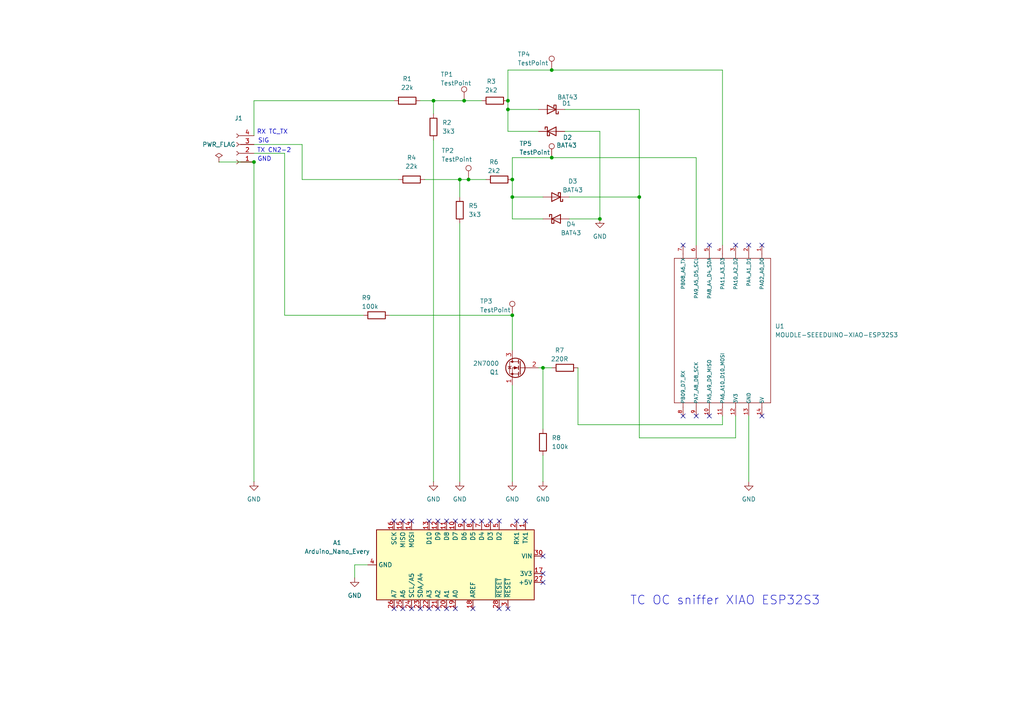
<source format=kicad_sch>
(kicad_sch (version 20250114) (generator "eeschema") (generator_version "9.0")
  (paper "A4")
  (lib_symbols
    (symbol "Connector:Conn_01x04_Socket" (pin_names (offset 1.016) (hide yes))
      (property "Reference" "J" (at 0 5.08 0))
      (property "Value" "Conn_01x04_Socket" (at 0 -7.62 0))
      (symbol "Conn_01x04_Socket_1_1"
        (polyline (pts (xy -1.27 2.54) (xy -0.508 2.54)) (stroke (width 0.1524)))
        (polyline (pts (xy -1.27 0) (xy -0.508 0)) (stroke (width 0.1524)))
        (polyline (pts (xy -1.27 -2.54) (xy -0.508 -2.54)) (stroke (width 0.1524)))
        (polyline (pts (xy -1.27 -5.08) (xy -0.508 -5.08)) (stroke (width 0.1524)))
        (arc (start 0 2.032) (mid -0.5058 2.54) (end 0 3.048) (stroke (width 0.1524)))
        (arc (start 0 -0.508) (mid -0.5058 0) (end 0 0.508) (stroke (width 0.1524)))
        (arc (start 0 -3.048) (mid -0.5058 -2.54) (end 0 -2.032) (stroke (width 0.1524)))
        (arc (start 0 -5.588) (mid -0.5058 -5.08) (end 0 -4.572) (stroke (width 0.1524)))
        (pin passive line (at -5.08 2.54 0) (length 3.81) (name "Pin_1") (number "1"))
        (pin passive line (at -5.08 0 0) (length 3.81) (name "Pin_2") (number "2"))
        (pin passive line (at -5.08 -2.54 0) (length 3.81) (name "Pin_3") (number "3"))
        (pin passive line (at -5.08 -5.08 0) (length 3.81) (name "Pin_4") (number "4"))
      )
    )
    (symbol "Connector:TestPoint" (pin_numbers (hide yes)) (pin_names (offset 0.762) (hide yes))
      (property "Reference" "TP" (at 0 6.858 0))
      (property "Value" "TestPoint" (at 0 5.08 0))
      (symbol "TestPoint_0_1"
        (circle (center 0 3.302) (radius 0.762))
      )
      (symbol "TestPoint_1_1"
        (pin passive line (at 0 0 90) (length 2.54) (name "1") (number "1"))
      )
    )
    (symbol "Device:R" (pin_numbers (hide yes)) (pin_names (offset 0))
      (property "Reference" "R" (at 2.032 0 90))
      (property "Value" "R" (at 0 0 90))
      (symbol "R_0_1"
        (rectangle (start -1.016 -2.54) (end 1.016 2.54) (stroke (width 0.254)))
      )
      (symbol "R_1_1"
        (pin passive line (at 0 3.81 270) (length 1.27) (name "~") (number "1"))
        (pin passive line (at 0 -3.81 90) (length 1.27) (name "~") (number "2"))
      )
    )
    (symbol "Diode:BAT43" (pin_numbers (hide yes)) (pin_names (offset 1.016) (hide yes))
      (property "Reference" "D" (at 0 2.54 0))
      (property "Value" "BAT43" (at 0 -2.54 0))
      (symbol "BAT43_0_1"
        (polyline (pts (xy -1.905 0.635) (xy -1.905 1.27) (xy -1.27 1.27) (xy -1.27 -1.27) (xy -0.635 -1.27) (xy -0.635 -0.635)) (stroke (width 0.254)))
        (polyline (pts (xy 1.27 1.27) (xy 1.27 -1.27) (xy -1.27 0) (xy 1.27 1.27)) (stroke (width 0.254)))
        (polyline (pts (xy 1.27 0) (xy -1.27 0)))
      )
      (symbol "BAT43_1_1"
        (pin passive line (at -3.81 0 0) (length 2.54) (name "K") (number "1"))
        (pin passive line (at 3.81 0 180) (length 2.54) (name "A") (number "2"))
      )
    )
    (symbol "MCU_Module:Arduino_Nano_Every"
      (property "Reference" "A" (at -10.16 23.495 0))
      (property "Value" "Arduino_Nano_Every" (at 5.08 -24.13 0))
      (symbol "Arduino_Nano_Every_0_1"
        (rectangle (start -10.16 22.86) (end 10.16 -22.86) (stroke (width 0.254)) (fill (type background)))
      )
      (symbol "Arduino_Nano_Every_1_1"
        (pin bidirectional line (at -12.7 20.32 0) (length 2.54) (name "TX1") (number "1"))
        (pin bidirectional line (at -12.7 17.78 0) (length 2.54) (name "RX1") (number "2"))
        (pin bidirectional line (at -12.7 12.7 0) (length 2.54) (name "D2") (number "5"))
        (pin bidirectional line (at -12.7 10.16 0) (length 2.54) (name "D3") (number "6"))
        (pin bidirectional line (at -12.7 7.62 0) (length 2.54) (name "D4") (number "7"))
        (pin bidirectional line (at -12.7 5.08 0) (length 2.54) (name "D5") (number "8"))
        (pin bidirectional line (at -12.7 2.54 0) (length 2.54) (name "D6") (number "9"))
        (pin bidirectional line (at -12.7 0 0) (length 2.54) (name "D7") (number "10"))
        (pin bidirectional line (at -12.7 -2.54 0) (length 2.54) (name "D8") (number "11"))
        (pin bidirectional line (at -12.7 -5.08 0) (length 2.54) (name "D9") (number "12"))
        (pin bidirectional line (at -12.7 -7.62 0) (length 2.54) (name "D10") (number "13"))
        (pin bidirectional line (at -12.7 -12.7 0) (length 2.54) (name "MOSI") (number "14"))
        (pin bidirectional line (at -12.7 -15.24 0) (length 2.54) (name "MISO") (number "15"))
        (pin bidirectional line (at -12.7 -17.78 0) (length 2.54) (name "SCK") (number "16"))
        (pin power_in line (at -2.54 25.4 270) (length 2.54) (name "VIN") (number "30"))
        (pin passive line (at 0 -25.4 90) (length 2.54) (hide yes) (name "GND") (number "29"))
        (pin power_in line (at 0 -25.4 90) (length 2.54) (name "GND") (number "4"))
        (pin power_out line (at 2.54 25.4 270) (length 2.54) (name "3V3") (number "17"))
        (pin power_out line (at 5.08 25.4 270) (length 2.54) (name "+5V") (number "27"))
        (pin input line (at 12.7 15.24 180) (length 2.54) (name "~{RESET}") (number "3"))
        (pin input line (at 12.7 12.7 180) (length 2.54) (name "~{RESET}") (number "28"))
        (pin input line (at 12.7 5.08 180) (length 2.54) (name "AREF") (number "18"))
        (pin bidirectional line (at 12.7 0 180) (length 2.54) (name "A0") (number "19"))
        (pin bidirectional line (at 12.7 -2.54 180) (length 2.54) (name "A1") (number "20"))
        (pin bidirectional line (at 12.7 -5.08 180) (length 2.54) (name "A2") (number "21"))
        (pin bidirectional line (at 12.7 -7.62 180) (length 2.54) (name "A3") (number "22"))
        (pin bidirectional line (at 12.7 -10.16 180) (length 2.54) (name "SDA/A4") (number "23"))
        (pin bidirectional line (at 12.7 -12.7 180) (length 2.54) (name "SCL/A5") (number "24"))
        (pin bidirectional line (at 12.7 -15.24 180) (length 2.54) (name "A6") (number "25"))
        (pin bidirectional line (at 12.7 -17.78 180) (length 2.54) (name "A7") (number "26"))
      )
    )
    (symbol "MOUDLE-SEEEDUINO-XIAO-ESP32S3:MOUDLE-SEEEDUINO-XIAO-ESP32S3" (pin_names (offset 1.016))
      (property "Reference" "U" (at -21.59 15.24 0))
      (property "Value" "MOUDLE-SEEEDUINO-XIAO-ESP32S3" (at -21.59 13.97 0))
      (symbol "MOUDLE-SEEEDUINO-XIAO-ESP32S3_0_0"
        (polyline (pts (xy -21.59 13.97) (xy 20.32 13.97)) (stroke (width 0.1524)))
        (polyline (pts (xy -21.59 11.43) (xy -22.86 11.43)) (stroke (width 0.1524)))
        (polyline (pts (xy -21.59 11.43) (xy -21.59 13.97)) (stroke (width 0.1524)))
        (polyline (pts (xy -21.59 7.62) (xy -22.86 7.62)) (stroke (width 0.1524)))
        (polyline (pts (xy -21.59 7.62) (xy -21.59 11.43)) (stroke (width 0.1524)))
        (polyline (pts (xy -21.59 3.81) (xy -22.86 3.81)) (stroke (width 0.1524)))
        (polyline (pts (xy -21.59 3.81) (xy -21.59 7.62)) (stroke (width 0.1524)))
        (polyline (pts (xy -21.59 0) (xy -22.86 0)) (stroke (width 0.1524)))
        (polyline (pts (xy -21.59 0) (xy -21.59 3.81)) (stroke (width 0.1524)))
        (polyline (pts (xy -21.59 -3.81) (xy -22.86 -3.81)) (stroke (width 0.1524)))
        (polyline (pts (xy -21.59 -7.62) (xy -22.86 -7.62)) (stroke (width 0.1524)))
        (polyline (pts (xy -21.59 -11.43) (xy -22.86 -11.43)) (stroke (width 0.1524)))
        (polyline (pts (xy -21.59 -13.97) (xy -21.59 0)) (stroke (width 0.1524)))
        (polyline (pts (xy 20.32 13.97) (xy 20.32 11.43)) (stroke (width 0.1524)))
        (polyline (pts (xy 20.32 11.43) (xy 20.32 7.62)) (stroke (width 0.1524)))
        (polyline (pts (xy 20.32 7.62) (xy 20.32 3.81)) (stroke (width 0.1524)))
        (polyline (pts (xy 20.32 3.81) (xy 20.32 -13.97)) (stroke (width 0.1524)))
        (polyline (pts (xy 20.32 -13.97) (xy -21.59 -13.97)) (stroke (width 0.1524)))
        (polyline (pts (xy 21.59 11.43) (xy 20.32 11.43)) (stroke (width 0.1524)))
        (polyline (pts (xy 21.59 7.62) (xy 20.32 7.62)) (stroke (width 0.1524)))
        (polyline (pts (xy 21.59 3.81) (xy 20.32 3.81)) (stroke (width 0.1524)))
        (polyline (pts (xy 21.59 0) (xy 20.32 0)) (stroke (width 0.1524)))
        (polyline (pts (xy 21.59 -3.81) (xy 20.32 -3.81)) (stroke (width 0.1524)))
        (polyline (pts (xy 21.59 -7.62) (xy 20.32 -7.62)) (stroke (width 0.1524)))
        (polyline (pts (xy 21.59 -11.43) (xy 20.32 -11.43)) (stroke (width 0.1524)))
        (pin bidirectional line (at -25.4 11.43 0) (length 2.54) (name "PA02_A0_D0") (number "1"))
        (pin bidirectional line (at -25.4 7.62 0) (length 2.54) (name "PA4_A1_D1") (number "2"))
        (pin bidirectional line (at -25.4 3.81 0) (length 2.54) (name "PA10_A2_D2") (number "3"))
        (pin bidirectional line (at -25.4 0 0) (length 2.54) (name "PA11_A3_D3") (number "4"))
        (pin bidirectional line (at -25.4 -3.81 0) (length 2.54) (name "PA8_A4_D4_SDA") (number "5"))
        (pin bidirectional line (at -25.4 -7.62 0) (length 2.54) (name "PA9_A5_D5_SCL") (number "6"))
        (pin bidirectional line (at -25.4 -11.43 0) (length 2.54) (name "PB08_A6_TX") (number "7"))
        (pin bidirectional line (at 24.13 11.43 180) (length 2.54) (name "5V") (number "14"))
        (pin bidirectional line (at 24.13 7.62 180) (length 2.54) (name "GND") (number "13"))
        (pin bidirectional line (at 24.13 3.81 180) (length 2.54) (name "3V3") (number "12"))
        (pin bidirectional line (at 24.13 0 180) (length 2.54) (name "PA6_A10_D10_MOSI") (number "11"))
        (pin bidirectional line (at 24.13 -3.81 180) (length 2.54) (name "PA5_A9_D9_MISO") (number "10"))
        (pin bidirectional line (at 24.13 -7.62 180) (length 2.54) (name "PA7_A8_D8_SCK") (number "9"))
        (pin bidirectional line (at 24.13 -11.43 180) (length 2.54) (name "PB09_D7_RX") (number "8"))
      )
    )
    (symbol "Transistor_FET:2N7000" (pin_names (hide yes))
      (property "Reference" "Q" (at 5.08 1.905 0))
      (property "Value" "2N7000" (at 5.08 0 0))
      (symbol "2N7000_0_1"
        (polyline (pts (xy 0.254 1.905) (xy 0.254 -1.905)) (stroke (width 0.254)))
        (polyline (pts (xy 0.254 0) (xy -2.54 0)))
        (polyline (pts (xy 0.762 2.286) (xy 0.762 1.27)) (stroke (width 0.254)))
        (polyline (pts (xy 0.762 0.508) (xy 0.762 -0.508)) (stroke (width 0.254)))
        (polyline (pts (xy 0.762 -1.27) (xy 0.762 -2.286)) (stroke (width 0.254)))
        (polyline (pts (xy 0.762 -1.778) (xy 3.302 -1.778) (xy 3.302 1.778) (xy 0.762 1.778)))
        (polyline (pts (xy 1.016 0) (xy 2.032 0.381) (xy 2.032 -0.381) (xy 1.016 0)) (fill (type outline)))
        (circle (center 1.651 0) (radius 2.794) (stroke (width 0.254)))
        (polyline (pts (xy 2.54 2.54) (xy 2.54 1.778)))
        (circle (center 2.54 1.778) (radius 0.254) (fill (type outline)))
        (circle (center 2.54 -1.778) (radius 0.254) (fill (type outline)))
        (polyline (pts (xy 2.54 -2.54) (xy 2.54 0) (xy 0.762 0)))
        (polyline (pts (xy 2.794 0.508) (xy 2.921 0.381) (xy 3.683 0.381) (xy 3.81 0.254)))
        (polyline (pts (xy 3.302 0.381) (xy 2.921 -0.254) (xy 3.683 -0.254) (xy 3.302 0.381)))
      )
      (symbol "2N7000_1_1"
        (pin input line (at -5.08 0 0) (length 2.54) (name "G") (number "2"))
        (pin passive line (at 2.54 5.08 270) (length 2.54) (name "D") (number "3"))
        (pin passive line (at 2.54 -5.08 90) (length 2.54) (name "S") (number "1"))
      )
    )
    (symbol "power:GND" (power) (pin_numbers (hide yes)) (pin_names (offset 0) (hide yes))
      (property "Value" "GND" (at 0 -3.81 0))
      (symbol "GND_0_1"
        (polyline (pts (xy 0 0) (xy 0 -1.27) (xy 1.27 -1.27) (xy 0 -2.54) (xy -1.27 -1.27) (xy 0 -1.27)))
      )
      (symbol "GND_1_1"
        (pin power_in line (at 0 0 270) (length 0) (name "~") (number "1"))
      )
    )
    (symbol "power:PWR_FLAG" (power) (pin_numbers (hide yes)) (pin_names (offset 0) (hide yes))
      (property "Value" "PWR_FLAG" (at 0 3.81 0))
      (symbol "PWR_FLAG_0_0"
        (pin power_out line (at 0 0 90) (length 0) (name "~") (number "1"))
      )
      (symbol "PWR_FLAG_0_1"
        (polyline (pts (xy 0 0) (xy 0 1.27) (xy -1.016 1.905) (xy 0 2.54) (xy 1.016 1.905) (xy 0 1.27)))
      )
    )
  )
  (text "TC OC sniffer XIAO ESP32S3" (at 210.312 174.244 0) (effects (font (size 2.54 2.54))))
  (text "GND" (at 76.708 46.228 0) (effects (font (size 1.27 1.27))))
  (text "TX CN2-2" (at 79.502 43.688 0) (effects (font (size 1.27 1.27))))
  (text "RX TC_TX" (at 78.994 38.354 0) (effects (font (size 1.27 1.27))))
  (text "SIG" (at 76.454 40.894 0) (effects (font (size 1.27 1.27))))
  (junction (at 73.66 46.99))
  (junction (at 148.59 91.44))
  (junction (at 125.73 29.21))
  (junction (at 185.42 57.15))
  (junction (at 160.02 20.32))
  (junction (at 134.62 29.21))
  (junction (at 147.32 29.21))
  (junction (at 160.02 45.72))
  (junction (at 133.35 52.07))
  (junction (at 147.32 31.75))
  (junction (at 157.48 106.68))
  (junction (at 148.59 52.07))
  (junction (at 148.59 57.15))
  (junction (at 135.89 52.07))
  (junction (at 173.99 63.5))
  (no_connect (at 144.78 176.53))
  (no_connect (at 129.54 151.13))
  (no_connect (at 129.54 176.53))
  (no_connect (at 119.38 151.13))
  (no_connect (at 124.46 151.13))
  (no_connect (at 198.12 71.12))
  (no_connect (at 132.08 151.13))
  (no_connect (at 127 176.53))
  (no_connect (at 152.4 151.13))
  (no_connect (at 144.78 151.13))
  (no_connect (at 205.74 120.65))
  (no_connect (at 142.24 151.13))
  (no_connect (at 139.7 151.13))
  (no_connect (at 137.16 176.53))
  (no_connect (at 116.84 176.53))
  (no_connect (at 124.46 176.53))
  (no_connect (at 213.36 71.12))
  (no_connect (at 134.62 151.13))
  (no_connect (at 157.48 168.91))
  (no_connect (at 114.3 151.13))
  (no_connect (at 116.84 151.13))
  (no_connect (at 220.98 120.65))
  (no_connect (at 198.12 120.65))
  (no_connect (at 220.98 71.12))
  (no_connect (at 119.38 176.53))
  (no_connect (at 157.48 161.29))
  (no_connect (at 205.74 71.12))
  (no_connect (at 127 151.13))
  (no_connect (at 114.3 176.53))
  (no_connect (at 132.08 176.53))
  (no_connect (at 157.48 166.37))
  (no_connect (at 217.17 71.12))
  (no_connect (at 147.32 176.53))
  (no_connect (at 149.86 151.13))
  (no_connect (at 137.16 151.13))
  (no_connect (at 121.92 176.53))
  (no_connect (at 201.93 120.65))
  (wire (pts (xy 160.02 20.32) (xy 209.55 20.32)))
  (wire (pts (xy 102.87 167.64) (xy 102.87 163.83)))
  (wire (pts (xy 147.32 20.32) (xy 147.32 29.21)))
  (wire (pts (xy 185.42 127) (xy 213.36 127)))
  (wire (pts (xy 160.02 45.72) (xy 148.59 45.72)))
  (wire (pts (xy 148.59 63.5) (xy 148.59 57.15)))
  (wire (pts (xy 167.64 123.19) (xy 167.64 106.68)))
  (wire (pts (xy 134.62 29.21) (xy 139.7 29.21)))
  (wire (pts (xy 82.55 91.44) (xy 82.55 44.45)))
  (wire (pts (xy 121.92 29.21) (xy 125.73 29.21)))
  (wire (pts (xy 73.66 41.91) (xy 87.63 41.91)))
  (wire (pts (xy 147.32 20.32) (xy 160.02 20.32)))
  (wire (pts (xy 209.55 20.32) (xy 209.55 71.12)))
  (wire (pts (xy 115.57 52.07) (xy 87.63 52.07)))
  (wire (pts (xy 133.35 64.77) (xy 133.35 139.7)))
  (wire (pts (xy 160.02 45.72) (xy 201.93 45.72)))
  (wire (pts (xy 102.87 163.83) (xy 106.68 163.83)))
  (wire (pts (xy 185.42 57.15) (xy 185.42 127)))
  (wire (pts (xy 209.55 120.65) (xy 209.55 123.19)))
  (wire (pts (xy 157.48 132.08) (xy 157.48 139.7)))
  (wire (pts (xy 185.42 31.75) (xy 185.42 57.15)))
  (wire (pts (xy 167.64 123.19) (xy 209.55 123.19)))
  (wire (pts (xy 125.73 40.64) (xy 125.73 139.7)))
  (wire (pts (xy 148.59 57.15) (xy 148.59 52.07)))
  (wire (pts (xy 125.73 33.02) (xy 125.73 29.21)))
  (wire (pts (xy 201.93 71.12) (xy 201.93 45.72)))
  (wire (pts (xy 113.03 91.44) (xy 148.59 91.44)))
  (wire (pts (xy 156.21 106.68) (xy 157.48 106.68)))
  (wire (pts (xy 217.17 120.65) (xy 217.17 139.7)))
  (wire (pts (xy 157.48 106.68) (xy 160.02 106.68)))
  (wire (pts (xy 114.3 29.21) (xy 73.66 29.21)))
  (wire (pts (xy 157.48 63.5) (xy 148.59 63.5)))
  (wire (pts (xy 156.21 38.1) (xy 147.32 38.1)))
  (wire (pts (xy 165.1 63.5) (xy 173.99 63.5)))
  (wire (pts (xy 148.59 57.15) (xy 157.48 57.15)))
  (wire (pts (xy 123.19 52.07) (xy 133.35 52.07)))
  (wire (pts (xy 213.36 120.65) (xy 213.36 127)))
  (wire (pts (xy 105.41 91.44) (xy 82.55 91.44)))
  (wire (pts (xy 148.59 111.76) (xy 148.59 139.7)))
  (wire (pts (xy 173.99 38.1) (xy 173.99 63.5)))
  (wire (pts (xy 147.32 31.75) (xy 147.32 38.1)))
  (wire (pts (xy 157.48 124.46) (xy 157.48 106.68)))
  (wire (pts (xy 63.5 46.99) (xy 73.66 46.99)))
  (wire (pts (xy 133.35 57.15) (xy 133.35 52.07)))
  (wire (pts (xy 73.66 46.99) (xy 73.66 139.7)))
  (wire (pts (xy 148.59 45.72) (xy 148.59 52.07)))
  (wire (pts (xy 87.63 52.07) (xy 87.63 41.91)))
  (wire (pts (xy 148.59 91.44) (xy 148.59 101.6)))
  (wire (pts (xy 163.83 31.75) (xy 185.42 31.75)))
  (wire (pts (xy 163.83 38.1) (xy 173.99 38.1)))
  (wire (pts (xy 147.32 31.75) (xy 156.21 31.75)))
  (wire (pts (xy 82.55 44.45) (xy 73.66 44.45)))
  (wire (pts (xy 125.73 29.21) (xy 134.62 29.21)))
  (wire (pts (xy 135.89 52.07) (xy 140.97 52.07)))
  (wire (pts (xy 133.35 52.07) (xy 135.89 52.07)))
  (wire (pts (xy 147.32 29.21) (xy 147.32 31.75)))
  (wire (pts (xy 165.1 57.15) (xy 185.42 57.15)))
  (wire (pts (xy 73.66 29.21) (xy 73.66 39.37)))
  (symbol (lib_id "Diode:BAT43") (at 160.02 31.75 180) (unit 1)
    (property "Reference" "D1" (at 164.338 29.972 0))
    (property "Value" "BAT43" (at 164.592 28.194 0))
    (property "Footprint" "Diode_THT:D_DO-35_SOD27_P7.62mm_Horizontal" (effects (hide yes)))
    (property "Datasheet" "http://www.vishay.com/docs/85660/bat42.pdf" (effects (hide yes)))
    (property "Description" "30V 0.2A Small Signal Schottky Diode, DO-35" (effects (hide yes)))
  )
  (symbol (lib_id "power:GND") (at 157.48 139.7 0) (unit 1)
    (property "Reference" "#PWR06" (effects (hide yes)))
    (property "Value" "GND" (at 157.48 144.78 0))
    (property "Description" "Power symbol creates a global label with name \"GND\" , ground" (effects (hide yes)))
  )
  (symbol (lib_id "power:GND") (at 125.73 139.7 0) (unit 1)
    (property "Reference" "#PWR03" (effects (hide yes)))
    (property "Value" "GND" (at 125.73 144.78 0))
    (property "Description" "Power symbol creates a global label with name \"GND\" , ground" (effects (hide yes)))
  )
  (symbol (lib_id "Device:R") (at 143.51 29.21 90) (unit 1)
    (property "Reference" "R3" (at 142.494 23.622 90))
    (property "Value" "2k2" (at 142.494 26.162 90))
    (property "Footprint" "Resistor_THT:R_Axial_DIN0204_L3.6mm_D1.6mm_P5.08mm_Vertical" (effects (hide yes)))
    (property "Description" "Resistor" (effects (hide yes)))
  )
  (symbol (lib_id "MCU_Module:Arduino_Nano_Every") (at 132.08 163.83 270) (unit 1)
    (property "Reference" "A1" (at 97.79 157.4098 90))
    (property "Value" "Arduino_Nano_Every" (at 97.79 159.9498 90))
    (property "Footprint" "Module:Arduino_Nano_WithMountingHoles" (effects (hide yes)))
    (property "Datasheet" "https://content.arduino.cc/assets/NANOEveryV3.0_sch.pdf" (effects (hide yes)))
    (property "Description" "Arduino Nano Every" (effects (hide yes)))
  )
  (symbol (lib_id "Device:R") (at 125.73 36.83 0) (unit 1)
    (property "Reference" "R2" (at 128.27 35.5599 0) (effects (justify left)))
    (property "Value" "3k3" (at 128.27 38.0999 0) (effects (justify left)))
    (property "Footprint" "Resistor_THT:R_Axial_DIN0204_L3.6mm_D1.6mm_P5.08mm_Vertical" (effects (hide yes)))
    (property "Description" "Resistor" (effects (hide yes)))
  )
  (symbol (lib_id "power:GND") (at 173.99 63.5 0) (unit 1)
    (property "Reference" "#PWR07" (effects (hide yes)))
    (property "Value" "GND" (at 173.99 68.58 0))
    (property "Description" "Power symbol creates a global label with name \"GND\" , ground" (effects (hide yes)))
  )
  (symbol (lib_id "Device:R") (at 157.48 128.27 0) (unit 1)
    (property "Reference" "R8" (at 160.02 126.9999 0) (effects (justify left)))
    (property "Value" "100k" (at 160.02 129.5399 0) (effects (justify left)))
    (property "Footprint" "Resistor_THT:R_Axial_DIN0204_L3.6mm_D1.6mm_P5.08mm_Vertical" (effects (hide yes)))
    (property "Description" "Resistor" (effects (hide yes)))
  )
  (symbol (lib_id "Diode:BAT43") (at 160.02 38.1 0) (unit 1)
    (property "Reference" "D2" (at 164.592 39.878 0))
    (property "Value" "BAT43" (at 164.338 42.164 0))
    (property "Footprint" "Diode_THT:D_DO-35_SOD27_P7.62mm_Horizontal" (effects (hide yes)))
    (property "Datasheet" "http://www.vishay.com/docs/85660/bat42.pdf" (effects (hide yes)))
    (property "Description" "30V 0.2A Small Signal Schottky Diode, DO-35" (effects (hide yes)))
  )
  (symbol (lib_id "Device:R") (at 133.35 60.96 0) (unit 1)
    (property "Reference" "R5" (at 135.89 59.6899 0) (effects (justify left)))
    (property "Value" "3k3" (at 135.89 62.2299 0) (effects (justify left)))
    (property "Footprint" "Resistor_THT:R_Axial_DIN0204_L3.6mm_D1.6mm_P5.08mm_Vertical" (effects (hide yes)))
    (property "Description" "Resistor" (effects (hide yes)))
  )
  (symbol (lib_id "power:GND") (at 148.59 139.7 0) (unit 1)
    (property "Reference" "#PWR05" (effects (hide yes)))
    (property "Value" "GND" (at 148.59 144.78 0))
    (property "Description" "Power symbol creates a global label with name \"GND\" , ground" (effects (hide yes)))
  )
  (symbol (lib_id "Transistor_FET:2N7000") (at 151.13 106.68 0) (mirror y) (unit 1)
    (property "Reference" "Q1" (at 144.78 107.9501 0) (effects (justify left)))
    (property "Value" "2N7000" (at 144.78 105.4101 0) (effects (justify left)))
    (property "Footprint" "Package_TO_SOT_THT:TO-92_Inline" (effects (hide yes)))
    (property "Datasheet" "https://www.vishay.com/docs/70226/70226.pdf" (effects (hide yes)))
    (property "Description" "0.2A Id, 200V Vds, N-Channel MOSFET, 2.6V Logic Level, TO-92" (effects (hide yes)))
  )
  (symbol (lib_id "Connector:TestPoint") (at 160.02 45.72 0) (unit 1)
    (property "Reference" "TP5" (at 150.622 41.656 0) (effects (justify left)))
    (property "Value" "TestPoint" (at 150.622 44.196 0) (effects (justify left)))
    (property "Footprint" "TestPoint:TestPoint_THTPad_D1.0mm_Drill0.5mm" (effects (hide yes)))
    (property "Description" "test point" (effects (hide yes)))
  )
  (symbol (lib_id "MOUDLE-SEEEDUINO-XIAO-ESP32S3:MOUDLE-SEEEDUINO-XIAO-ESP32S3") (at 209.55 96.52 270) (unit 1)
    (property "Reference" "U1" (at 224.79 94.6149 90) (effects (justify left)))
    (property "Value" "MOUDLE-SEEEDUINO-XIAO-ESP32S3" (at 224.79 97.1549 90) (effects (justify left)))
    (property "Footprint" "MOUDLE-SEEEDUINO-XIAO-ESP32S3:XIAO-ESP32S3-DIP" (effects (hide yes)))
  )
  (symbol (lib_id "Connector:Conn_01x04_Socket") (at 68.58 44.45 180) (unit 1)
    (property "Reference" "J1" (at 69.215 34.29 0))
    (property "Value" "Conn_01x04_Socket" (effects (hide yes)))
    (property "Footprint" "Connector_PinSocket_2.54mm:PinSocket_1x04_P2.54mm_Vertical" (effects (hide yes)))
    (property "Description" "Generic connector, single row, 01x04, script generated" (effects (hide yes)))
  )
  (symbol (lib_id "Device:R") (at 109.22 91.44 90) (unit 1)
    (property "Reference" "R9" (at 104.902 86.36 90) (effects (justify right)))
    (property "Value" "100k" (at 104.902 88.9 90) (effects (justify right)))
    (property "Footprint" "Resistor_THT:R_Axial_DIN0204_L3.6mm_D1.6mm_P5.08mm_Vertical" (effects (hide yes)))
    (property "Description" "Resistor" (effects (hide yes)))
  )
  (symbol (lib_id "Connector:TestPoint") (at 160.02 20.32 0) (unit 1)
    (property "Reference" "TP4" (at 150.114 15.748 0) (effects (justify left)))
    (property "Value" "TestPoint" (at 150.114 18.288 0) (effects (justify left)))
    (property "Footprint" "TestPoint:TestPoint_THTPad_D1.0mm_Drill0.5mm" (effects (hide yes)))
    (property "Description" "test point" (effects (hide yes)))
  )
  (symbol (lib_id "power:PWR_FLAG") (at 63.5 46.99 0) (unit 1)
    (property "Reference" "#FLG01" (effects (hide yes)))
    (property "Value" "PWR_FLAG" (at 63.5 41.91 0))
    (property "Description" "Special symbol for telling ERC where power comes from" (effects (hide yes)))
  )
  (symbol (lib_id "Connector:TestPoint") (at 134.62 29.21 0) (unit 1)
    (property "Reference" "TP1" (at 127.762 21.59 0) (effects (justify left)))
    (property "Value" "TestPoint" (at 127.762 24.13 0) (effects (justify left)))
    (property "Footprint" "TestPoint:TestPoint_THTPad_D1.0mm_Drill0.5mm" (effects (hide yes)))
    (property "Description" "test point" (effects (hide yes)))
  )
  (symbol (lib_id "Connector:TestPoint") (at 148.59 91.44 0) (unit 1)
    (property "Reference" "TP3" (at 139.192 87.376 0) (effects (justify left)))
    (property "Value" "TestPoint" (at 139.192 89.916 0) (effects (justify left)))
    (property "Footprint" "TestPoint:TestPoint_THTPad_D1.0mm_Drill0.5mm" (effects (hide yes)))
    (property "Description" "test point" (effects (hide yes)))
  )
  (symbol (lib_id "Device:R") (at 144.78 52.07 90) (unit 1)
    (property "Reference" "R6" (at 143.256 46.99 90))
    (property "Value" "2k2" (at 143.256 49.53 90))
    (property "Footprint" "Resistor_THT:R_Axial_DIN0204_L3.6mm_D1.6mm_P5.08mm_Vertical" (effects (hide yes)))
    (property "Description" "Resistor" (effects (hide yes)))
  )
  (symbol (lib_id "Diode:BAT43") (at 161.29 57.15 180) (unit 1)
    (property "Reference" "D3" (at 166.116 52.578 0))
    (property "Value" "BAT43" (at 166.116 55.118 0))
    (property "Footprint" "Diode_THT:D_DO-35_SOD27_P7.62mm_Horizontal" (effects (hide yes)))
    (property "Datasheet" "http://www.vishay.com/docs/85660/bat42.pdf" (effects (hide yes)))
    (property "Description" "30V 0.2A Small Signal Schottky Diode, DO-35" (effects (hide yes)))
  )
  (symbol (lib_id "Connector:TestPoint") (at 135.89 52.07 0) (unit 1)
    (property "Reference" "TP2" (at 128.016 43.688 0) (effects (justify left)))
    (property "Value" "TestPoint" (at 128.016 46.228 0) (effects (justify left)))
    (property "Footprint" "TestPoint:TestPoint_THTPad_D1.0mm_Drill0.5mm" (effects (hide yes)))
    (property "Description" "test point" (effects (hide yes)))
  )
  (symbol (lib_id "power:GND") (at 217.17 139.7 0) (unit 1)
    (property "Reference" "#PWR08" (effects (hide yes)))
    (property "Value" "GND" (at 217.17 144.78 0))
    (property "Description" "Power symbol creates a global label with name \"GND\" , ground" (effects (hide yes)))
  )
  (symbol (lib_id "power:GND") (at 73.66 139.7 0) (unit 1)
    (property "Reference" "#PWR01" (effects (hide yes)))
    (property "Value" "GND" (at 73.66 144.78 0))
    (property "Description" "Power symbol creates a global label with name \"GND\" , ground" (effects (hide yes)))
  )
  (symbol (lib_id "Device:R") (at 119.38 52.07 90) (unit 1)
    (property "Reference" "R4" (at 119.38 45.72 90))
    (property "Value" "22k" (at 119.38 48.26 90))
    (property "Footprint" "Resistor_THT:R_Axial_DIN0204_L3.6mm_D1.6mm_P5.08mm_Vertical" (effects (hide yes)))
    (property "Description" "Resistor" (effects (hide yes)))
  )
  (symbol (lib_id "power:GND") (at 133.35 139.7 0) (unit 1)
    (property "Reference" "#PWR04" (effects (hide yes)))
    (property "Value" "GND" (at 133.35 144.78 0))
    (property "Description" "Power symbol creates a global label with name \"GND\" , ground" (effects (hide yes)))
  )
  (symbol (lib_id "Device:R") (at 118.11 29.21 90) (unit 1)
    (property "Reference" "R1" (at 118.11 22.86 90))
    (property "Value" "22k" (at 118.11 25.4 90))
    (property "Footprint" "Resistor_THT:R_Axial_DIN0204_L3.6mm_D1.6mm_P5.08mm_Vertical" (effects (hide yes)))
    (property "Description" "Resistor" (effects (hide yes)))
  )
  (symbol (lib_id "power:GND") (at 102.87 167.64 0) (unit 1)
    (property "Reference" "#PWR02" (effects (hide yes)))
    (property "Value" "GND" (at 102.87 172.72 0))
    (property "Description" "Power symbol creates a global label with name \"GND\" , ground" (effects (hide yes)))
  )
  (symbol (lib_id "Diode:BAT43") (at 161.29 63.5 0) (unit 1)
    (property "Reference" "D4" (at 165.608 65.024 0))
    (property "Value" "BAT43" (at 165.608 67.564 0))
    (property "Footprint" "Diode_THT:D_DO-35_SOD27_P7.62mm_Horizontal" (effects (hide yes)))
    (property "Datasheet" "http://www.vishay.com/docs/85660/bat42.pdf" (effects (hide yes)))
    (property "Description" "30V 0.2A Small Signal Schottky Diode, DO-35" (effects (hide yes)))
  )
  (symbol (lib_id "Device:R") (at 163.83 106.68 90) (unit 1)
    (property "Reference" "R7" (at 162.306 101.6 90))
    (property "Value" "220R" (at 162.306 104.14 90))
    (property "Footprint" "Resistor_THT:R_Axial_DIN0204_L3.6mm_D1.6mm_P5.08mm_Vertical" (effects (hide yes)))
    (property "Description" "Resistor" (effects (hide yes)))
  )
)
</source>
